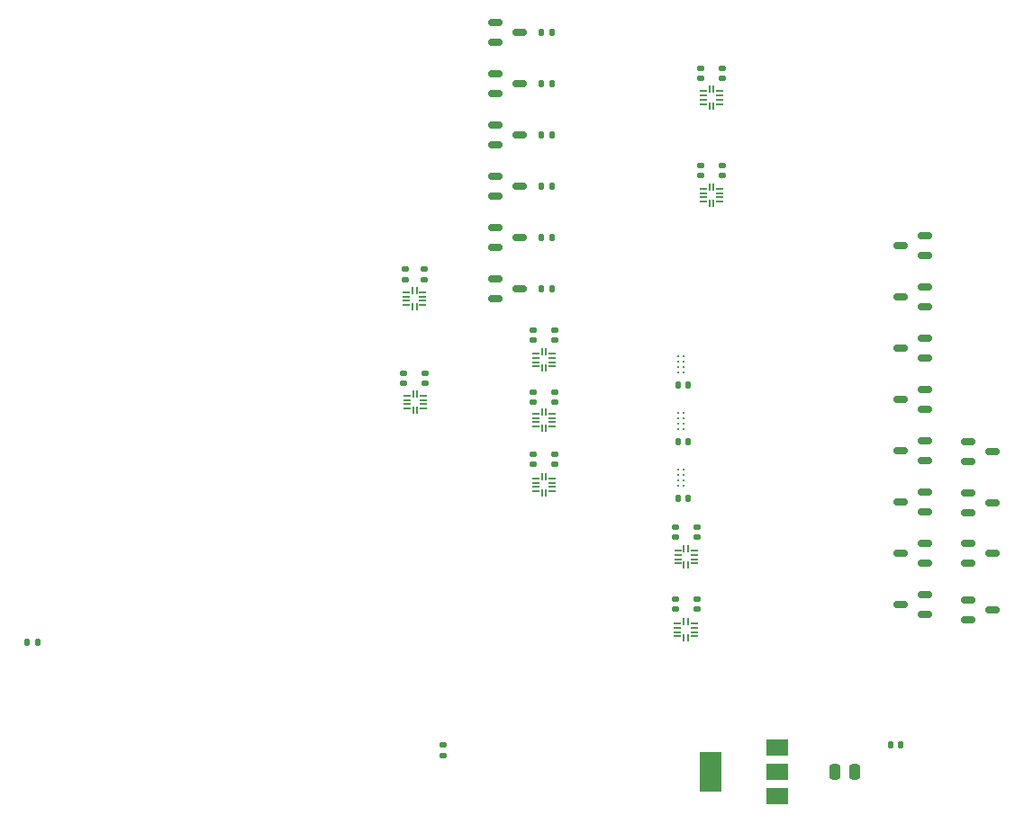
<source format=gbr>
%TF.GenerationSoftware,KiCad,Pcbnew,7.0.9*%
%TF.CreationDate,2024-08-31T17:15:55-06:00*%
%TF.ProjectId,Prototype1,50726f74-6f74-4797-9065-312e6b696361,rev?*%
%TF.SameCoordinates,Original*%
%TF.FileFunction,Paste,Top*%
%TF.FilePolarity,Positive*%
%FSLAX46Y46*%
G04 Gerber Fmt 4.6, Leading zero omitted, Abs format (unit mm)*
G04 Created by KiCad (PCBNEW 7.0.9) date 2024-08-31 17:15:55*
%MOMM*%
%LPD*%
G01*
G04 APERTURE LIST*
G04 Aperture macros list*
%AMRoundRect*
0 Rectangle with rounded corners*
0 $1 Rounding radius*
0 $2 $3 $4 $5 $6 $7 $8 $9 X,Y pos of 4 corners*
0 Add a 4 corners polygon primitive as box body*
4,1,4,$2,$3,$4,$5,$6,$7,$8,$9,$2,$3,0*
0 Add four circle primitives for the rounded corners*
1,1,$1+$1,$2,$3*
1,1,$1+$1,$4,$5*
1,1,$1+$1,$6,$7*
1,1,$1+$1,$8,$9*
0 Add four rect primitives between the rounded corners*
20,1,$1+$1,$2,$3,$4,$5,0*
20,1,$1+$1,$4,$5,$6,$7,0*
20,1,$1+$1,$6,$7,$8,$9,0*
20,1,$1+$1,$8,$9,$2,$3,0*%
G04 Aperture macros list end*
%ADD10RoundRect,0.140000X0.170000X-0.140000X0.170000X0.140000X-0.170000X0.140000X-0.170000X-0.140000X0*%
%ADD11RoundRect,0.150000X-0.512500X-0.150000X0.512500X-0.150000X0.512500X0.150000X-0.512500X0.150000X0*%
%ADD12RoundRect,0.140000X0.140000X0.170000X-0.140000X0.170000X-0.140000X-0.170000X0.140000X-0.170000X0*%
%ADD13RoundRect,0.135000X0.135000X0.185000X-0.135000X0.185000X-0.135000X-0.185000X0.135000X-0.185000X0*%
%ADD14R,0.203200X0.660400*%
%ADD15R,0.660400X0.203200*%
%ADD16RoundRect,0.150000X0.512500X0.150000X-0.512500X0.150000X-0.512500X-0.150000X0.512500X-0.150000X0*%
%ADD17RoundRect,0.250000X-0.250000X-0.475000X0.250000X-0.475000X0.250000X0.475000X-0.250000X0.475000X0*%
%ADD18C,0.304800*%
%ADD19RoundRect,0.140000X-0.140000X-0.170000X0.140000X-0.170000X0.140000X0.170000X-0.140000X0.170000X0*%
%ADD20RoundRect,0.135000X-0.185000X0.135000X-0.185000X-0.135000X0.185000X-0.135000X0.185000X0.135000X0*%
%ADD21R,2.000000X3.800000*%
%ADD22R,2.000000X1.500000*%
G04 APERTURE END LIST*
D10*
%TO.C,C16*%
X174498000Y-60198000D03*
X174498000Y-59238000D03*
%TD*%
%TO.C,C7*%
X156718000Y-81534000D03*
X156718000Y-80574000D03*
%TD*%
D11*
%TO.C,Q4*%
X153173000Y-60264000D03*
X153173000Y-62164000D03*
X155448000Y-61214000D03*
%TD*%
D12*
%TO.C,C17*%
X110109000Y-104140000D03*
X109149000Y-104140000D03*
%TD*%
D13*
%TO.C,R1*%
X158496000Y-46736000D03*
X157476000Y-46736000D03*
%TD*%
D14*
%TO.C,U10*%
X157921300Y-76787299D03*
X157521300Y-76787299D03*
D15*
X156946600Y-76962000D03*
X156946600Y-77361999D03*
X156946600Y-77761999D03*
X156946600Y-78161998D03*
D14*
X157521300Y-78336699D03*
X157921300Y-78336699D03*
D15*
X158496000Y-78161998D03*
X158496000Y-77761999D03*
X158496000Y-77361999D03*
X158496000Y-76962000D03*
%TD*%
D10*
%TO.C,C11*%
X156718000Y-87376000D03*
X156718000Y-86416000D03*
%TD*%
D16*
%TO.C,Q13*%
X193537000Y-67752000D03*
X193537000Y-65852000D03*
X191262000Y-66802000D03*
%TD*%
D17*
%TO.C,C24*%
X185044000Y-116332000D03*
X186944000Y-116332000D03*
%TD*%
D11*
%TO.C,Q5*%
X153173000Y-65090000D03*
X153173000Y-66990000D03*
X155448000Y-66040000D03*
%TD*%
D13*
%TO.C,R2*%
X158496000Y-51562000D03*
X157476000Y-51562000D03*
%TD*%
D16*
%TO.C,Q14*%
X193537000Y-72578000D03*
X193537000Y-70678000D03*
X191262000Y-71628000D03*
%TD*%
D14*
%TO.C,U2*%
X173669300Y-61274300D03*
X173269300Y-61274300D03*
D15*
X172694600Y-61449001D03*
X172694600Y-61849000D03*
X172694600Y-62249000D03*
X172694600Y-62648999D03*
D14*
X173269300Y-62823700D03*
X173669300Y-62823700D03*
D15*
X174244000Y-62648999D03*
X174244000Y-62249000D03*
X174244000Y-61849000D03*
X174244000Y-61449001D03*
%TD*%
D10*
%TO.C,C22*%
X172466000Y-51054000D03*
X172466000Y-50094000D03*
%TD*%
D16*
%TO.C,Q8*%
X193537000Y-101534000D03*
X193537000Y-99634000D03*
X191262000Y-100584000D03*
%TD*%
%TO.C,Q7*%
X193537000Y-87056000D03*
X193537000Y-85156000D03*
X191262000Y-86106000D03*
%TD*%
D10*
%TO.C,C9*%
X172466000Y-60198000D03*
X172466000Y-59238000D03*
%TD*%
D18*
%TO.C,U11*%
X170315000Y-77240000D03*
X170815000Y-77240000D03*
X170315000Y-77740000D03*
X170815000Y-77740000D03*
X170315000Y-78240000D03*
X170815000Y-78240000D03*
X170315000Y-78740000D03*
X170815000Y-78740000D03*
%TD*%
D19*
%TO.C,C23*%
X190274000Y-113792000D03*
X191234000Y-113792000D03*
%TD*%
D16*
%TO.C,Q10*%
X193537000Y-91882000D03*
X193537000Y-89982000D03*
X191262000Y-90932000D03*
%TD*%
D14*
%TO.C,U12*%
X157921300Y-82445301D03*
X157521300Y-82445301D03*
D15*
X156946600Y-82620002D03*
X156946600Y-83020001D03*
X156946600Y-83420001D03*
X156946600Y-83820000D03*
D14*
X157521300Y-83994701D03*
X157921300Y-83994701D03*
D15*
X158496000Y-83820000D03*
X158496000Y-83420001D03*
X158496000Y-83020001D03*
X158496000Y-82620002D03*
%TD*%
D19*
%TO.C,C20*%
X170307000Y-85217000D03*
X171267000Y-85217000D03*
%TD*%
D10*
%TO.C,C14*%
X158750000Y-81534000D03*
X158750000Y-80574000D03*
%TD*%
D14*
%TO.C,U6*%
X145796000Y-80746600D03*
X145396000Y-80746600D03*
D15*
X144821300Y-80921301D03*
X144821300Y-81321300D03*
X144821300Y-81721300D03*
X144821300Y-82121299D03*
D14*
X145396000Y-82296000D03*
X145796000Y-82296000D03*
D15*
X146370700Y-82121299D03*
X146370700Y-81721300D03*
X146370700Y-81321300D03*
X146370700Y-80921301D03*
%TD*%
D11*
%TO.C,Q16*%
X197623000Y-94808000D03*
X197623000Y-96708000D03*
X199898000Y-95758000D03*
%TD*%
D14*
%TO.C,U1*%
X173669300Y-52092301D03*
X173269300Y-52092301D03*
D15*
X172694600Y-52267002D03*
X172694600Y-52667001D03*
X172694600Y-53067001D03*
X172694600Y-53467000D03*
D14*
X173269300Y-53641701D03*
X173669300Y-53641701D03*
D15*
X174244000Y-53467000D03*
X174244000Y-53067001D03*
X174244000Y-52667001D03*
X174244000Y-52267002D03*
%TD*%
D20*
%TO.C,R7*%
X148209000Y-113788000D03*
X148209000Y-114808000D03*
%TD*%
D13*
%TO.C,R4*%
X158500000Y-61214000D03*
X157480000Y-61214000D03*
%TD*%
%TO.C,R3*%
X158500000Y-56388000D03*
X157480000Y-56388000D03*
%TD*%
D10*
%TO.C,C10*%
X174498000Y-51054000D03*
X174498000Y-50094000D03*
%TD*%
%TO.C,C13*%
X158750000Y-75692000D03*
X158750000Y-74732000D03*
%TD*%
%TO.C,C2*%
X172085000Y-101036000D03*
X172085000Y-100076000D03*
%TD*%
D18*
%TO.C,U9*%
X170315000Y-82550000D03*
X170815000Y-82550000D03*
X170315000Y-83050000D03*
X170815000Y-83050000D03*
X170315000Y-83550000D03*
X170815000Y-83550000D03*
X170315000Y-84050000D03*
X170815000Y-84050000D03*
%TD*%
D10*
%TO.C,C15*%
X144526000Y-79756000D03*
X144526000Y-78796000D03*
%TD*%
%TO.C,C12*%
X158750000Y-87376000D03*
X158750000Y-86416000D03*
%TD*%
%TO.C,C4*%
X172085000Y-94234000D03*
X172085000Y-93274000D03*
%TD*%
%TO.C,C8*%
X146558000Y-79756000D03*
X146558000Y-78796000D03*
%TD*%
%TO.C,C1*%
X170053000Y-101036000D03*
X170053000Y-100076000D03*
%TD*%
D14*
%TO.C,U8*%
X157921300Y-88541301D03*
X157521300Y-88541301D03*
D15*
X156946600Y-88716002D03*
X156946600Y-89116001D03*
X156946600Y-89516001D03*
X156946600Y-89916000D03*
D14*
X157521300Y-90090701D03*
X157921300Y-90090701D03*
D15*
X158496000Y-89916000D03*
X158496000Y-89516001D03*
X158496000Y-89116001D03*
X158496000Y-88716002D03*
%TD*%
D11*
%TO.C,Q3*%
X153173000Y-55438000D03*
X153173000Y-57338000D03*
X155448000Y-56388000D03*
%TD*%
D10*
%TO.C,C19*%
X156718000Y-75692000D03*
X156718000Y-74732000D03*
%TD*%
D13*
%TO.C,R6*%
X158500000Y-70866000D03*
X157480000Y-70866000D03*
%TD*%
D19*
%TO.C,C18*%
X170307000Y-79883000D03*
X171267000Y-79883000D03*
%TD*%
D11*
%TO.C,Q17*%
X197623000Y-85222000D03*
X197623000Y-87122000D03*
X199898000Y-86172000D03*
%TD*%
D16*
%TO.C,Q9*%
X193537000Y-96708000D03*
X193537000Y-94808000D03*
X191262000Y-95758000D03*
%TD*%
D13*
%TO.C,R5*%
X158500000Y-66040000D03*
X157480000Y-66040000D03*
%TD*%
D16*
%TO.C,Q12*%
X193537000Y-82230000D03*
X193537000Y-80330000D03*
X191262000Y-81280000D03*
%TD*%
D14*
%TO.C,U3*%
X171256300Y-102187299D03*
X170856300Y-102187299D03*
D15*
X170281600Y-102362000D03*
X170281600Y-102761999D03*
X170281600Y-103161999D03*
X170281600Y-103561998D03*
D14*
X170856300Y-103736699D03*
X171256300Y-103736699D03*
D15*
X171831000Y-103561998D03*
X171831000Y-103161999D03*
X171831000Y-102761999D03*
X171831000Y-102362000D03*
%TD*%
D11*
%TO.C,Q1*%
X153173000Y-45786000D03*
X153173000Y-47686000D03*
X155448000Y-46736000D03*
%TD*%
%TO.C,Q6*%
X153173000Y-69916000D03*
X153173000Y-71816000D03*
X155448000Y-70866000D03*
%TD*%
%TO.C,Q2*%
X153173000Y-50612000D03*
X153173000Y-52512000D03*
X155448000Y-51562000D03*
%TD*%
D21*
%TO.C,U13*%
X173380000Y-116332000D03*
D22*
X179680000Y-118632000D03*
X179680000Y-116332000D03*
X179680000Y-114032000D03*
%TD*%
D19*
%TO.C,C21*%
X170307000Y-90551000D03*
X171267000Y-90551000D03*
%TD*%
D10*
%TO.C,C5*%
X144653000Y-69977000D03*
X144653000Y-69017000D03*
%TD*%
D16*
%TO.C,Q11*%
X193537000Y-77404000D03*
X193537000Y-75504000D03*
X191262000Y-76454000D03*
%TD*%
D18*
%TO.C,U7*%
X170315000Y-87884000D03*
X170815000Y-87884000D03*
X170315000Y-88384000D03*
X170815000Y-88384000D03*
X170315000Y-88884000D03*
X170815000Y-88884000D03*
X170315000Y-89384000D03*
X170815000Y-89384000D03*
%TD*%
D14*
%TO.C,U4*%
X171269000Y-95329299D03*
X170869000Y-95329299D03*
D15*
X170294300Y-95504000D03*
X170294300Y-95903999D03*
X170294300Y-96303999D03*
X170294300Y-96703998D03*
D14*
X170869000Y-96878699D03*
X171269000Y-96878699D03*
D15*
X171843700Y-96703998D03*
X171843700Y-96303999D03*
X171843700Y-95903999D03*
X171843700Y-95504000D03*
%TD*%
D11*
%TO.C,Q18*%
X197623000Y-90048000D03*
X197623000Y-91948000D03*
X199898000Y-90998000D03*
%TD*%
D10*
%TO.C,C6*%
X146431000Y-69977000D03*
X146431000Y-69017000D03*
%TD*%
D11*
%TO.C,Q15*%
X197623000Y-100142000D03*
X197623000Y-102042000D03*
X199898000Y-101092000D03*
%TD*%
D14*
%TO.C,U5*%
X145742000Y-71015301D03*
X145342000Y-71015301D03*
D15*
X144767300Y-71190002D03*
X144767300Y-71590001D03*
X144767300Y-71990001D03*
X144767300Y-72390000D03*
D14*
X145342000Y-72564701D03*
X145742000Y-72564701D03*
D15*
X146316700Y-72390000D03*
X146316700Y-71990001D03*
X146316700Y-71590001D03*
X146316700Y-71190002D03*
%TD*%
D10*
%TO.C,C3*%
X170053000Y-94234000D03*
X170053000Y-93274000D03*
%TD*%
M02*

</source>
